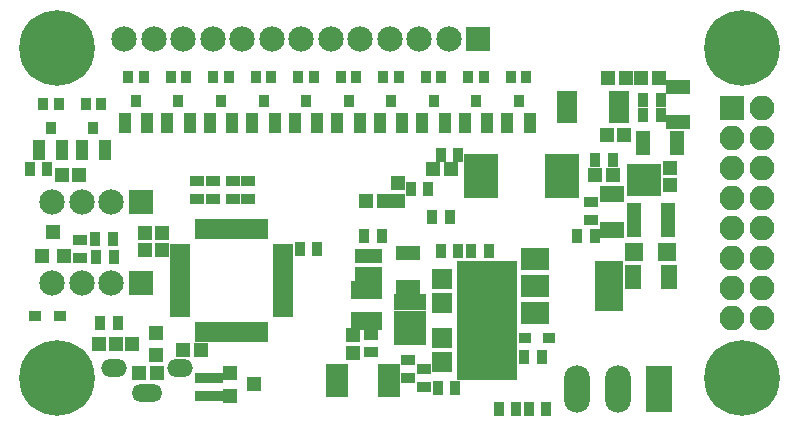
<source format=gbs>
G04 #@! TF.FileFunction,Soldermask,Bot*
%FSLAX46Y46*%
G04 Gerber Fmt 4.6, Leading zero omitted, Abs format (unit mm)*
G04 Created by KiCad (PCBNEW 4.0.7) date 02/25/18 23:04:30*
%MOMM*%
%LPD*%
G01*
G04 APERTURE LIST*
%ADD10C,0.100000*%
%ADD11R,2.150000X2.150000*%
%ADD12C,2.150000*%
%ADD13C,6.400000*%
%ADD14R,1.200000X1.150000*%
%ADD15R,1.150000X1.200000*%
%ADD16R,2.000000X1.400000*%
%ADD17R,1.400000X2.000000*%
%ADD18R,1.000000X0.850000*%
%ADD19R,2.900000X3.700000*%
%ADD20R,1.500000X1.500000*%
%ADD21R,1.670000X1.800000*%
%ADD22R,5.200000X5.120000*%
%ADD23R,1.300000X2.100000*%
%ADD24R,1.300000X2.900000*%
%ADD25R,2.400000X4.200000*%
%ADD26R,2.400000X1.900000*%
%ADD27R,1.200000X1.300000*%
%ADD28R,1.300000X1.200000*%
%ADD29R,0.850000X1.100000*%
%ADD30R,0.900000X1.300000*%
%ADD31R,1.300000X0.900000*%
%ADD32R,2.100000X1.300000*%
%ADD33R,1.700000X0.650000*%
%ADD34R,0.650000X1.700000*%
%ADD35R,1.100000X0.650000*%
%ADD36R,1.040000X1.600000*%
%ADD37R,1.800000X0.700000*%
%ADD38R,0.800000X1.620000*%
%ADD39R,1.850000X0.850000*%
%ADD40R,2.700000X2.900000*%
%ADD41R,2.040000X1.400000*%
%ADD42R,0.750000X1.400000*%
%ADD43R,1.100000X1.700000*%
%ADD44R,2.200000X4.000000*%
%ADD45O,2.200000X4.000000*%
%ADD46O,2.200000X1.500000*%
%ADD47O,2.600000X1.500000*%
%ADD48R,2.100000X2.100000*%
%ADD49O,2.100000X2.100000*%
G04 APERTURE END LIST*
D10*
D11*
X179200000Y-52800000D03*
D12*
X176700000Y-52800000D03*
X174200000Y-52800000D03*
X171700000Y-52800000D03*
X169200000Y-52800000D03*
X166700000Y-52800000D03*
X164200000Y-52800000D03*
X161700000Y-52800000D03*
X159200000Y-52800000D03*
X156700000Y-52800000D03*
X154200000Y-52800000D03*
X151700000Y-52800000D03*
X149200000Y-52800000D03*
D13*
X201500000Y-81500000D03*
X201500000Y-53500000D03*
X143500000Y-53500000D03*
D14*
X147050000Y-78600000D03*
X148550000Y-78600000D03*
X150450000Y-81000000D03*
X151950000Y-81000000D03*
X155700000Y-79100000D03*
X154200000Y-79100000D03*
D15*
X152400000Y-70650000D03*
X152400000Y-69150000D03*
X151000000Y-70650000D03*
X151000000Y-69150000D03*
X172400000Y-64950000D03*
X172400000Y-66450000D03*
D14*
X169700000Y-66450000D03*
X171200000Y-66450000D03*
X175350000Y-63800000D03*
X176850000Y-63800000D03*
D16*
X190500000Y-65900000D03*
X190500000Y-68900000D03*
D14*
X189050000Y-64300000D03*
X190550000Y-64300000D03*
D15*
X195400000Y-65150000D03*
X195400000Y-63650000D03*
D17*
X192300000Y-72900000D03*
X195300000Y-72900000D03*
D14*
X193000000Y-56100000D03*
X194500000Y-56100000D03*
X191650000Y-56100000D03*
X190150000Y-56100000D03*
X190050000Y-60900000D03*
X191550000Y-60900000D03*
D15*
X168600000Y-79350000D03*
X168600000Y-77850000D03*
X169300000Y-71150000D03*
X169300000Y-72650000D03*
X170400000Y-71150000D03*
X170400000Y-72650000D03*
D18*
X183100000Y-78100000D03*
X185200000Y-78100000D03*
D19*
X186250000Y-64350000D03*
X179450000Y-64350000D03*
D20*
X192400000Y-70800000D03*
X195200000Y-70800000D03*
D21*
X176100000Y-78060000D03*
D22*
X179900000Y-79100000D03*
D21*
X176100000Y-80140000D03*
X176100000Y-73060000D03*
D22*
X179900000Y-74100000D03*
D21*
X176100000Y-75140000D03*
D11*
X150600000Y-66600000D03*
D12*
X148100000Y-66600000D03*
X145600000Y-66600000D03*
X143100000Y-66600000D03*
D11*
X150600000Y-73400000D03*
D12*
X148100000Y-73400000D03*
X145600000Y-73400000D03*
X143100000Y-73400000D03*
D23*
X196050000Y-61600000D03*
X193150000Y-61600000D03*
D24*
X195250000Y-68100000D03*
X192350000Y-68100000D03*
D25*
X190250000Y-73700000D03*
D26*
X183950000Y-73700000D03*
X183950000Y-71400000D03*
X183950000Y-76000000D03*
D27*
X144150000Y-71100000D03*
X142250000Y-71100000D03*
X143200000Y-69100000D03*
D28*
X158200000Y-82950000D03*
X158200000Y-81050000D03*
X160200000Y-82000000D03*
D29*
X181950000Y-56000000D03*
X183250000Y-56000000D03*
X182600000Y-58000000D03*
X178350000Y-56000000D03*
X179650000Y-56000000D03*
X179000000Y-58000000D03*
X174750000Y-56000000D03*
X176050000Y-56000000D03*
X175400000Y-58000000D03*
X171150000Y-56000000D03*
X172450000Y-56000000D03*
X171800000Y-58000000D03*
X167550000Y-56000000D03*
X168850000Y-56000000D03*
X168200000Y-58000000D03*
X163950000Y-56000000D03*
X165250000Y-56000000D03*
X164600000Y-58000000D03*
X160350000Y-56000000D03*
X161650000Y-56000000D03*
X161000000Y-58000000D03*
X156750000Y-56000000D03*
X158050000Y-56000000D03*
X157400000Y-58000000D03*
X153150000Y-56000000D03*
X154450000Y-56000000D03*
X153800000Y-58000000D03*
X149550000Y-56000000D03*
X150850000Y-56000000D03*
X150200000Y-58000000D03*
X145950000Y-58300000D03*
X147250000Y-58300000D03*
X146600000Y-60300000D03*
X142350000Y-58300000D03*
X143650000Y-58300000D03*
X143000000Y-60300000D03*
D30*
X184550000Y-79700000D03*
X183050000Y-79700000D03*
X180050000Y-70750000D03*
X178550000Y-70750000D03*
X177500000Y-70750000D03*
X176000000Y-70750000D03*
X184950000Y-84100000D03*
X183450000Y-84100000D03*
X182400000Y-84100000D03*
X180900000Y-84100000D03*
D31*
X145500000Y-71300000D03*
X145500000Y-69800000D03*
D30*
X148300000Y-71200000D03*
X146800000Y-71200000D03*
X146750000Y-69700000D03*
X148250000Y-69700000D03*
X147150000Y-76800000D03*
X148650000Y-76800000D03*
D31*
X155800000Y-82950000D03*
X155800000Y-81450000D03*
X157000000Y-82950000D03*
X157000000Y-81450000D03*
D30*
X174950000Y-65500000D03*
X173450000Y-65500000D03*
D31*
X156700000Y-64800000D03*
X156700000Y-66300000D03*
X159700000Y-64800000D03*
X159700000Y-66300000D03*
X158400000Y-64800000D03*
X158400000Y-66300000D03*
X155400000Y-64800000D03*
X155400000Y-66300000D03*
D30*
X177500000Y-62550000D03*
X176000000Y-62550000D03*
X141200000Y-63800000D03*
X142700000Y-63800000D03*
X194650000Y-57900000D03*
X193150000Y-57900000D03*
X194650000Y-59200000D03*
X193150000Y-59200000D03*
D32*
X196100000Y-56850000D03*
X196100000Y-59750000D03*
D31*
X170100000Y-77800000D03*
X170100000Y-79300000D03*
D32*
X173200000Y-73750000D03*
X173200000Y-70850000D03*
D31*
X174600000Y-80700000D03*
X174600000Y-82200000D03*
D30*
X175750000Y-82300000D03*
X177250000Y-82300000D03*
D31*
X173200000Y-81450000D03*
X173200000Y-79950000D03*
D28*
X151900000Y-77650000D03*
X151900000Y-79550000D03*
X149900000Y-78600000D03*
D33*
X162650000Y-70450000D03*
X162650000Y-70950000D03*
X162650000Y-71450000D03*
X162650000Y-71950000D03*
X162650000Y-72450000D03*
X162650000Y-72950000D03*
X162650000Y-73450000D03*
X162650000Y-73950000D03*
X162650000Y-74450000D03*
X162650000Y-74950000D03*
X162650000Y-75450000D03*
X162650000Y-75950000D03*
D34*
X161050000Y-77550000D03*
X160550000Y-77550000D03*
X160050000Y-77550000D03*
X159550000Y-77550000D03*
X159050000Y-77550000D03*
X158550000Y-77550000D03*
X158050000Y-77550000D03*
X157550000Y-77550000D03*
X157050000Y-77550000D03*
X156550000Y-77550000D03*
X156050000Y-77550000D03*
X155550000Y-77550000D03*
D33*
X153950000Y-75950000D03*
X153950000Y-75450000D03*
X153950000Y-74950000D03*
X153950000Y-74450000D03*
X153950000Y-73950000D03*
X153950000Y-73450000D03*
X153950000Y-72950000D03*
X153950000Y-72450000D03*
X153950000Y-71950000D03*
X153950000Y-71450000D03*
X153950000Y-70950000D03*
X153950000Y-70450000D03*
D34*
X155550000Y-68850000D03*
X156050000Y-68850000D03*
X156550000Y-68850000D03*
X157050000Y-68850000D03*
X157550000Y-68850000D03*
X158050000Y-68850000D03*
X158550000Y-68850000D03*
X159050000Y-68850000D03*
X159550000Y-68850000D03*
X160050000Y-68850000D03*
X160550000Y-68850000D03*
X161050000Y-68850000D03*
D35*
X192275000Y-65700000D03*
X192275000Y-65200000D03*
X192275000Y-64700000D03*
X192275000Y-64200000D03*
X192275000Y-63700000D03*
X194125000Y-63700000D03*
X194125000Y-64200000D03*
X194125000Y-64700000D03*
X194125000Y-65200000D03*
X194125000Y-65700000D03*
D36*
X193200000Y-64100000D03*
X193200000Y-65300000D03*
D37*
X186700000Y-59500000D03*
X186700000Y-59000000D03*
X186700000Y-58500000D03*
X186700000Y-58000000D03*
X186700000Y-57500000D03*
X191100000Y-57500000D03*
X191100000Y-58000000D03*
X191100000Y-58500000D03*
X191100000Y-59000000D03*
X191100000Y-59500000D03*
D38*
X170700000Y-76620000D03*
X170060000Y-76620000D03*
X169400000Y-76620000D03*
X168760000Y-76620000D03*
X168760000Y-74000000D03*
X169400000Y-74000000D03*
X170060000Y-74000000D03*
X170700000Y-74000000D03*
D39*
X167200000Y-82675000D03*
X167200000Y-82025000D03*
X167200000Y-81375000D03*
X167200000Y-80725000D03*
X171600000Y-80725000D03*
X171600000Y-81375000D03*
X171600000Y-82025000D03*
X171600000Y-82675000D03*
D40*
X173425000Y-77200000D03*
D41*
X173100000Y-75050000D03*
D42*
X174400000Y-75050000D03*
D43*
X181650000Y-59900000D03*
X183550000Y-59900000D03*
X178050000Y-59900000D03*
X179950000Y-59900000D03*
X174450000Y-59900000D03*
X176350000Y-59900000D03*
X170850000Y-59900000D03*
X172750000Y-59900000D03*
X167250000Y-59900000D03*
X169150000Y-59900000D03*
X163650000Y-59900000D03*
X165550000Y-59900000D03*
X160050000Y-59900000D03*
X161950000Y-59900000D03*
X156450000Y-59900000D03*
X158350000Y-59900000D03*
X152850000Y-59900000D03*
X154750000Y-59900000D03*
X149250000Y-59900000D03*
X151150000Y-59900000D03*
X145650000Y-62200000D03*
X147550000Y-62200000D03*
X142000000Y-62200000D03*
X143900000Y-62200000D03*
D44*
X194500000Y-82400000D03*
D45*
X191000000Y-82400000D03*
X187500000Y-82400000D03*
D30*
X187550000Y-69400000D03*
X189050000Y-69400000D03*
X175250000Y-67800000D03*
X176750000Y-67800000D03*
D31*
X188700000Y-68100000D03*
X188700000Y-66600000D03*
D30*
X164050000Y-70500000D03*
X165550000Y-70500000D03*
D13*
X143500000Y-81500000D03*
D46*
X148300000Y-80625000D03*
X153900000Y-80625000D03*
D47*
X151100000Y-82775000D03*
D18*
X143750000Y-76200000D03*
X141650000Y-76200000D03*
D30*
X190550000Y-63000000D03*
X189050000Y-63000000D03*
D48*
X200660000Y-58640000D03*
D49*
X203200000Y-58640000D03*
X200660000Y-61180000D03*
X203200000Y-61180000D03*
X200660000Y-63720000D03*
X203200000Y-63720000D03*
X200660000Y-66260000D03*
X203200000Y-66260000D03*
X200660000Y-68800000D03*
X203200000Y-68800000D03*
X200660000Y-71340000D03*
X203200000Y-71340000D03*
X200660000Y-73880000D03*
X203200000Y-73880000D03*
X200660000Y-76420000D03*
X203200000Y-76420000D03*
D14*
X145400000Y-64300000D03*
X143900000Y-64300000D03*
D30*
X169500000Y-69400000D03*
X171000000Y-69400000D03*
M02*

</source>
